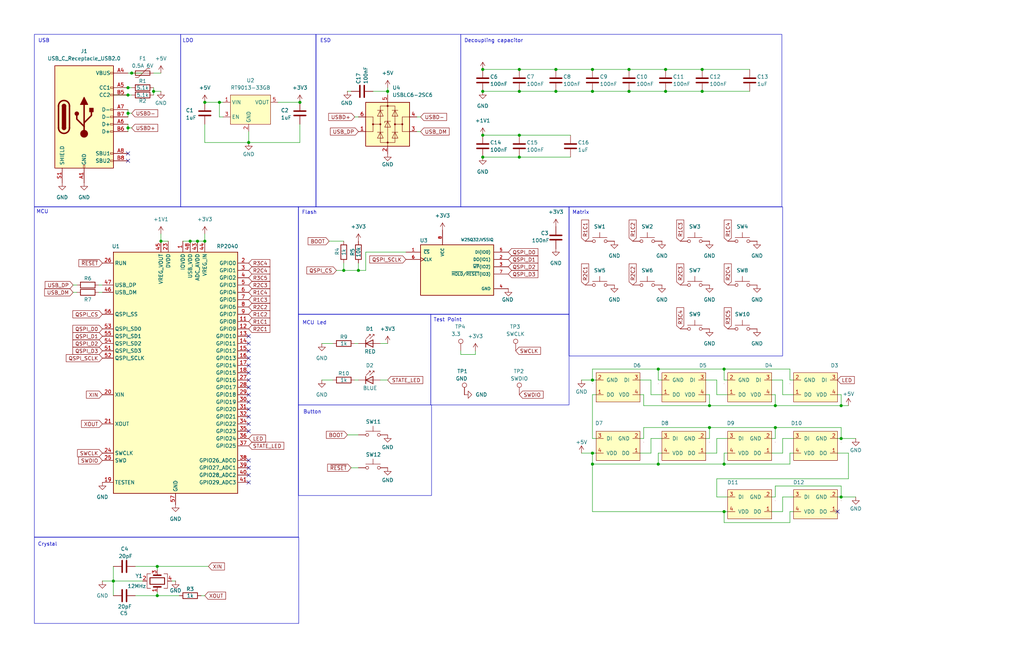
<source format=kicad_sch>
(kicad_sch (version 20250114) (generator "eeschema") (generator_version "9.0")
  (paper "User" 355.6 228.6)
  (rectangle (start 197.612 71.882) (end 271.78 123.698))
  (rectangle (start 103.632 71.882) (end 197.612 109.22))
  (rectangle (start 11.938 186.69) (end 103.759 216.662))
  (rectangle (start 11.938 71.882) (end 103.632 186.69))
  (rectangle (start 109.728 11.938) (end 160.02 71.882))
  (rectangle (start 160.02 11.938) (end 271.526 71.882))
  (rectangle (start 149.606 109.22) (end 197.612 140.716))
  (rectangle (start 11.938 11.938) (end 62.738 71.882))
  (rectangle (start 103.632 140.716) (end 149.86 172.212))
  (rectangle (start 62.738 11.938) (end 109.728 71.882))
  (rectangle (start 103.632 109.22) (end 149.606 140.716))
  (text "ESD" (at 113.03 14.224 0) (effects (font (size 1.27 1.27))))
  (text "Test Point\n" (at 155.448 111.252 0) (effects (font (size 1.27 1.27))))
  (text "MCU Led" (at 109.22 112.268 0) (effects (font (size 1.27 1.27))))
  (text "Crystal" (at 16.51 189.23 0) (effects (font (size 1.27 1.27))))
  (text "USB" (at 15.24 14.224 0) (effects (font (size 1.27 1.27))))
  (text "MCU" (at 14.732 73.66 0) (effects (font (size 1.27 1.27))))
  (text "Flash" (at 107.442 73.914 0) (effects (font (size 1.27 1.27))))
  (text "LDO" (at 65.278 14.224 0) (effects (font (size 1.27 1.27))))
  (text "Decoupling capacitor" (at 171.45 14.224 0) (effects (font (size 1.27 1.27))))
  (text "Button" (at 108.458 143.256 0) (effects (font (size 1.27 1.27))))
  (text "Matrix" (at 201.676 73.914 0) (effects (font (size 1.27 1.27))))
  (junction (at 44.45 30.48))
  (junction (at 292.1 140.97))
  (junction (at 246.38 148.59))
  (junction (at 228.6 128.27))
  (junction (at 251.46 161.29))
  (junction (at 180.34 54.61))
  (junction (at 71.12 35.56))
  (junction (at 292.1 172.72))
  (junction (at 167.64 54.61))
  (junction (at 205.74 161.29))
  (junction (at 243.84 24.13))
  (junction (at 205.74 31.75))
  (junction (at 54.61 196.85))
  (junction (at 193.04 24.13))
  (junction (at 205.74 132.08))
  (junction (at 44.45 44.45))
  (junction (at 231.14 24.13))
  (junction (at 205.74 24.13))
  (junction (at 39.37 201.93))
  (junction (at 251.46 177.8))
  (junction (at 76.2 35.56))
  (junction (at 167.64 46.99))
  (junction (at 68.58 83.82))
  (junction (at 44.45 33.02))
  (junction (at 55.88 83.82))
  (junction (at 269.24 140.97))
  (junction (at 44.45 39.37))
  (junction (at 251.46 128.27))
  (junction (at 243.84 31.75))
  (junction (at 218.44 31.75))
  (junction (at 53.34 31.75))
  (junction (at 167.64 31.75))
  (junction (at 246.38 140.97))
  (junction (at 54.61 207.01))
  (junction (at 119.38 93.98))
  (junction (at 231.14 31.75))
  (junction (at 167.64 24.13))
  (junction (at 193.04 31.75))
  (junction (at 124.46 93.98))
  (junction (at 269.24 148.59))
  (junction (at 86.36 49.53))
  (junction (at 45.72 25.4))
  (junction (at 104.14 35.56))
  (junction (at 205.74 157.48))
  (junction (at 180.34 46.99))
  (junction (at 134.62 31.75))
  (junction (at 180.34 31.75))
  (junction (at 180.34 24.13))
  (junction (at 66.04 83.82))
  (junction (at 218.44 24.13))
  (junction (at 292.1 152.4))
  (junction (at 71.12 83.82))
  (junction (at 228.6 161.29))
  (no_connect (at 86.36 132.08))
  (no_connect (at 86.36 127))
  (no_connect (at 86.36 121.92))
  (no_connect (at 86.36 119.38))
  (no_connect (at 86.36 167.64))
  (no_connect (at 44.45 53.34))
  (no_connect (at 86.36 162.56))
  (no_connect (at 86.36 160.02))
  (no_connect (at 290.83 177.8))
  (no_connect (at 86.36 142.24))
  (no_connect (at 86.36 137.16))
  (no_connect (at 86.36 144.78))
  (no_connect (at 86.36 165.1))
  (no_connect (at 86.36 149.86))
  (no_connect (at 86.36 139.7))
  (no_connect (at 86.36 129.54))
  (no_connect (at 86.36 116.84))
  (no_connect (at 86.36 147.32))
  (no_connect (at 86.36 124.46))
  (no_connect (at 44.45 55.88))
  (no_connect (at 86.36 134.62))
  (wire (pts (xy 123.19 132.08) (xy 124.46 132.08)))
  (wire (pts (xy 165.1 123.19) (xy 165.1 121.92)))
  (wire (pts (xy 160.02 123.19) (xy 165.1 123.19)))
  (wire (pts (xy 53.34 30.48) (xy 53.34 31.75)))
  (wire (pts (xy 205.74 24.13) (xy 218.44 24.13)))
  (wire (pts (xy 292.1 168.91) (xy 292.1 172.72)))
  (wire (pts (xy 246.38 148.59) (xy 246.38 152.4)))
  (wire (pts (xy 222.25 152.4) (xy 223.52 152.4)))
  (wire (pts (xy 160.02 123.19) (xy 160.02 121.92)))
  (wire (pts (xy 39.37 201.93) (xy 39.37 207.01)))
  (wire (pts (xy 297.18 152.4) (xy 292.1 152.4)))
  (wire (pts (xy 45.72 33.02) (xy 44.45 33.02)))
  (wire (pts (xy 251.46 177.8) (xy 252.73 177.8)))
  (wire (pts (xy 269.24 168.91) (xy 292.1 168.91)))
  (wire (pts (xy 223.52 137.16) (xy 223.52 140.97)))
  (wire (pts (xy 167.64 54.61) (xy 180.34 54.61)))
  (wire (pts (xy 180.34 24.13) (xy 193.04 24.13)))
  (wire (pts (xy 269.24 140.97) (xy 269.24 137.16)))
  (wire (pts (xy 104.14 49.53) (xy 104.14 43.18)))
  (wire (pts (xy 292.1 148.59) (xy 292.1 152.4)))
  (wire (pts (xy 292.1 140.97) (xy 292.1 137.16)))
  (wire (pts (xy 55.88 31.75) (xy 53.34 31.75)))
  (wire (pts (xy 167.64 31.75) (xy 180.34 31.75)))
  (wire (pts (xy 226.06 152.4) (xy 229.87 152.4)))
  (wire (pts (xy 271.78 177.8) (xy 271.78 172.72)))
  (wire (pts (xy 223.52 152.4) (xy 223.52 148.59)))
  (wire (pts (xy 290.83 157.48) (xy 294.64 157.48)))
  (wire (pts (xy 60.96 201.93) (xy 59.69 201.93)))
  (wire (pts (xy 44.45 25.4) (xy 45.72 25.4)))
  (wire (pts (xy 180.34 54.61) (xy 198.12 54.61)))
  (wire (pts (xy 54.61 196.85) (xy 72.39 196.85)))
  (wire (pts (xy 44.45 38.1) (xy 44.45 39.37)))
  (wire (pts (xy 218.44 31.75) (xy 231.14 31.75)))
  (wire (pts (xy 54.61 207.01) (xy 54.61 205.74)))
  (wire (pts (xy 275.59 177.8) (xy 274.32 177.8)))
  (wire (pts (xy 222.25 137.16) (xy 223.52 137.16)))
  (wire (pts (xy 46.99 207.01) (xy 54.61 207.01)))
  (wire (pts (xy 86.36 49.53) (xy 104.14 49.53)))
  (wire (pts (xy 228.6 132.08) (xy 229.87 132.08)))
  (wire (pts (xy 167.64 24.13) (xy 180.34 24.13)))
  (wire (pts (xy 222.25 157.48) (xy 226.06 157.48)))
  (wire (pts (xy 218.44 24.13) (xy 231.14 24.13)))
  (wire (pts (xy 267.97 172.72) (xy 269.24 172.72)))
  (wire (pts (xy 71.12 35.56) (xy 76.2 35.56)))
  (wire (pts (xy 251.46 132.08) (xy 252.73 132.08)))
  (wire (pts (xy 77.47 40.64) (xy 76.2 40.64)))
  (wire (pts (xy 267.97 132.08) (xy 271.78 132.08)))
  (wire (pts (xy 63.5 83.82) (xy 66.04 83.82)))
  (wire (pts (xy 53.34 31.75) (xy 53.34 33.02)))
  (wire (pts (xy 251.46 128.27) (xy 274.32 128.27)))
  (wire (pts (xy 274.32 177.8) (xy 274.32 181.61)))
  (wire (pts (xy 180.34 46.99) (xy 198.12 46.99)))
  (wire (pts (xy 269.24 137.16) (xy 267.97 137.16)))
  (wire (pts (xy 248.92 152.4) (xy 252.73 152.4)))
  (wire (pts (xy 119.38 93.98) (xy 124.46 93.98)))
  (wire (pts (xy 44.45 43.18) (xy 44.45 44.45)))
  (wire (pts (xy 201.93 157.48) (xy 205.74 157.48)))
  (wire (pts (xy 114.3 83.82) (xy 119.38 83.82)))
  (wire (pts (xy 243.84 31.75) (xy 260.35 31.75)))
  (wire (pts (xy 123.19 40.64) (xy 124.46 40.64)))
  (wire (pts (xy 127 87.63) (xy 140.97 87.63)))
  (wire (pts (xy 297.18 172.72) (xy 292.1 172.72)))
  (wire (pts (xy 226.06 137.16) (xy 229.87 137.16)))
  (wire (pts (xy 231.14 24.13) (xy 243.84 24.13)))
  (wire (pts (xy 248.92 172.72) (xy 252.73 172.72)))
  (wire (pts (xy 228.6 157.48) (xy 229.87 157.48)))
  (wire (pts (xy 55.88 81.28) (xy 55.88 83.82)))
  (wire (pts (xy 26.67 101.6) (xy 25.4 101.6)))
  (wire (pts (xy 86.36 45.72) (xy 86.36 49.53)))
  (wire (pts (xy 248.92 166.37) (xy 248.92 172.72)))
  (wire (pts (xy 248.92 132.08) (xy 248.92 137.16)))
  (wire (pts (xy 267.97 157.48) (xy 271.78 157.48)))
  (wire (pts (xy 207.01 137.16) (xy 205.74 137.16)))
  (wire (pts (xy 39.37 33.02) (xy 44.45 33.02)))
  (wire (pts (xy 134.62 132.08) (xy 132.08 132.08)))
  (wire (pts (xy 134.62 31.75) (xy 134.62 33.02)))
  (wire (pts (xy 44.45 39.37) (xy 44.45 40.64)))
  (wire (pts (xy 34.29 99.06) (xy 35.56 99.06)))
  (wire (pts (xy 205.74 128.27) (xy 228.6 128.27)))
  (wire (pts (xy 45.72 39.37) (xy 44.45 39.37)))
  (wire (pts (xy 274.32 157.48) (xy 275.59 157.48)))
  (wire (pts (xy 123.19 119.38) (xy 124.46 119.38)))
  (wire (pts (xy 226.06 157.48) (xy 226.06 152.4)))
  (wire (pts (xy 69.85 207.01) (xy 71.12 207.01)))
  (wire (pts (xy 205.74 132.08) (xy 205.74 128.27)))
  (wire (pts (xy 45.72 44.45) (xy 44.45 44.45)))
  (wire (pts (xy 228.6 161.29) (xy 228.6 157.48)))
  (wire (pts (xy 205.74 177.8) (xy 251.46 177.8)))
  (wire (pts (xy 39.37 201.93) (xy 49.53 201.93)))
  (wire (pts (xy 46.99 196.85) (xy 54.61 196.85)))
  (wire (pts (xy 62.23 207.01) (xy 54.61 207.01)))
  (wire (pts (xy 134.62 119.38) (xy 132.08 119.38)))
  (wire (pts (xy 269.24 140.97) (xy 292.1 140.97)))
  (wire (pts (xy 124.46 93.98) (xy 124.46 91.44)))
  (wire (pts (xy 245.11 132.08) (xy 248.92 132.08)))
  (wire (pts (xy 246.38 140.97) (xy 246.38 137.16)))
  (wire (pts (xy 127 87.63) (xy 127 93.98)))
  (wire (pts (xy 274.32 128.27) (xy 274.32 132.08)))
  (wire (pts (xy 129.54 31.75) (xy 134.62 31.75)))
  (wire (pts (xy 246.38 137.16) (xy 245.11 137.16)))
  (wire (pts (xy 205.74 161.29) (xy 205.74 177.8)))
  (wire (pts (xy 111.76 132.08) (xy 115.57 132.08)))
  (wire (pts (xy 292.1 137.16) (xy 290.83 137.16)))
  (wire (pts (xy 201.93 132.08) (xy 205.74 132.08)))
  (wire (pts (xy 134.62 30.48) (xy 134.62 31.75)))
  (wire (pts (xy 44.45 44.45) (xy 44.45 45.72)))
  (wire (pts (xy 205.74 137.16) (xy 205.74 152.4)))
  (wire (pts (xy 26.67 99.06) (xy 25.4 99.06)))
  (wire (pts (xy 231.14 31.75) (xy 243.84 31.75)))
  (wire (pts (xy 205.74 161.29) (xy 228.6 161.29)))
  (wire (pts (xy 205.74 31.75) (xy 218.44 31.75)))
  (wire (pts (xy 205.74 152.4) (xy 207.01 152.4)))
  (wire (pts (xy 116.84 93.98) (xy 119.38 93.98)))
  (wire (pts (xy 294.64 140.97) (xy 292.1 140.97)))
  (wire (pts (xy 274.32 181.61) (xy 251.46 181.61)))
  (wire (pts (xy 294.64 166.37) (xy 248.92 166.37)))
  (wire (pts (xy 167.64 46.99) (xy 180.34 46.99)))
  (wire (pts (xy 271.78 172.72) (xy 275.59 172.72)))
  (wire (pts (xy 124.46 93.98) (xy 127 93.98)))
  (wire (pts (xy 269.24 152.4) (xy 267.97 152.4)))
  (wire (pts (xy 54.61 196.85) (xy 54.61 198.12)))
  (wire (pts (xy 119.38 93.98) (xy 119.38 91.44)))
  (wire (pts (xy 66.04 83.82) (xy 68.58 83.82)))
  (wire (pts (xy 251.46 161.29) (xy 274.32 161.29)))
  (wire (pts (xy 248.92 137.16) (xy 252.73 137.16)))
  (wire (pts (xy 269.24 148.59) (xy 269.24 152.4)))
  (wire (pts (xy 45.72 25.4) (xy 49.53 25.4)))
  (wire (pts (xy 269.24 148.59) (xy 292.1 148.59)))
  (wire (pts (xy 271.78 137.16) (xy 275.59 137.16)))
  (wire (pts (xy 71.12 81.28) (xy 71.12 83.82)))
  (wire (pts (xy 223.52 148.59) (xy 246.38 148.59)))
  (wire (pts (xy 55.88 83.82) (xy 58.42 83.82)))
  (wire (pts (xy 76.2 40.64) (xy 76.2 35.56)))
  (wire (pts (xy 96.52 35.56) (xy 104.14 35.56)))
  (wire (pts (xy 267.97 177.8) (xy 271.78 177.8)))
  (wire (pts (xy 274.32 132.08) (xy 275.59 132.08)))
  (wire (pts (xy 251.46 161.29) (xy 251.46 157.48)))
  (wire (pts (xy 228.6 128.27) (xy 228.6 132.08)))
  (wire (pts (xy 292.1 172.72) (xy 290.83 172.72)))
  (wire (pts (xy 146.05 45.72) (xy 144.78 45.72)))
  (wire (pts (xy 228.6 128.27) (xy 251.46 128.27)))
  (wire (pts (xy 205.74 157.48) (xy 205.74 161.29)))
  (wire (pts (xy 146.05 40.64) (xy 144.78 40.64)))
  (wire (pts (xy 111.76 119.38) (xy 115.57 119.38)))
  (wire (pts (xy 251.46 181.61) (xy 251.46 177.8)))
  (wire (pts (xy 120.65 31.75) (xy 121.92 31.75)))
  (wire (pts (xy 294.64 157.48) (xy 294.64 166.37)))
  (wire (pts (xy 274.32 161.29) (xy 274.32 157.48)))
  (wire (pts (xy 245.11 157.48) (xy 248.92 157.48)))
  (wire (pts (xy 193.04 31.75) (xy 205.74 31.75)))
  (wire (pts (xy 207.01 132.08) (xy 205.74 132.08)))
  (wire (pts (xy 243.84 24.13) (xy 260.35 24.13)))
  (wire (pts (xy 246.38 140.97) (xy 269.24 140.97)))
  (wire (pts (xy 269.24 172.72) (xy 269.24 168.91)))
  (wire (pts (xy 34.29 101.6) (xy 35.56 101.6)))
  (wire (pts (xy 35.56 201.93) (xy 39.37 201.93)))
  (wire (pts (xy 271.78 132.08) (xy 271.78 137.16)))
  (wire (pts (xy 207.01 157.48) (xy 205.74 157.48)))
  (wire (pts (xy 68.58 83.82) (xy 71.12 83.82)))
  (wire (pts (xy 53.34 25.4) (xy 55.88 25.4)))
  (wire (pts (xy 292.1 152.4) (xy 290.83 152.4)))
  (wire (pts (xy 226.06 132.08) (xy 226.06 137.16)))
  (wire (pts (xy 228.6 161.29) (xy 251.46 161.29)))
  (wire (pts (xy 251.46 128.27) (xy 251.46 132.08)))
  (wire (pts (xy 45.72 30.48) (xy 44.45 30.48)))
  (wire (pts (xy 180.34 31.75) (xy 193.04 31.75)))
  (wire (pts (xy 223.52 140.97) (xy 246.38 140.97)))
  (wire (pts (xy 121.92 162.56) (xy 124.46 162.56)))
  (wire (pts (xy 76.2 35.56) (xy 77.47 35.56)))
  (wire (pts (xy 246.38 152.4) (xy 245.11 152.4)))
  (wire (pts (xy 71.12 43.18) (xy 71.12 49.53)))
  (wire (pts (xy 120.65 151.13) (xy 124.46 151.13)))
  (wire (pts (xy 222.25 132.08) (xy 226.06 132.08)))
  (wire (pts (xy 271.78 157.48) (xy 271.78 152.4)))
  (wire (pts (xy 271.78 152.4) (xy 275.59 152.4)))
  (wire (pts (xy 248.92 157.48) (xy 248.92 152.4)))
  (wire (pts (xy 44.45 30.48) (xy 39.37 30.48)))
  (wire (pts (xy 251.46 157.48) (xy 252.73 157.48)))
  (wire (pts (xy 86.36 49.53) (xy 71.12 49.53)))
  (wire (pts (xy 246.38 148.59) (xy 269.24 148.59)))
  (wire (pts (xy 39.37 196.85) (xy 39.37 201.93)))
  (wire (pts (xy 193.04 24.13) (xy 205.74 24.13)))
  (global_label "LED" (shape input) (at 290.83 132.08 0) (property "Intersheetrefs" "${INTERSHEET_REFS}" (effects (hide yes))))
  (global_label "R1C4" (shape input) (at 252.73 83.82 90) (property "Intersheetrefs" "${INTERSHEET_REFS}" (effects (hide yes))))
  (global_label "R1C2" (shape input) (at 86.36 109.22 0) (property "Intersheetrefs" "${INTERSHEET_REFS}" (effects (hide yes))))
  (global_label "R2C2" (shape input) (at 86.36 106.68 0) (property "Intersheetrefs" "${INTERSHEET_REFS}" (effects (hide yes))))
  (global_label "R1C3" (shape input) (at 86.36 104.14 0) (property "Intersheetrefs" "${INTERSHEET_REFS}" (effects (hide yes))))
  (global_label "QSPI_D2" (shape input) (at 35.56 119.38 180) (property "Intersheetrefs" "${INTERSHEET_REFS}" (effects (hide yes))))
  (global_label "QSPI_CS" (shape input) (at 116.84 93.98 180) (property "Intersheetrefs" "${INTERSHEET_REFS}" (effects (hide yes))))
  (global_label "R1C2" (shape input) (at 219.71 83.82 90) (property "Intersheetrefs" "${INTERSHEET_REFS}" (effects (hide yes))))
  (global_label "QSPI_D2" (shape input) (at 176.53 92.71 0) (property "Intersheetrefs" "${INTERSHEET_REFS}" (effects (hide yes))))
  (global_label "USB_DP" (shape input) (at 25.4 99.06 180) (property "Intersheetrefs" "${INTERSHEET_REFS}" (effects (hide yes))))
  (global_label "SWDIO" (shape input) (at 35.56 160.02 180) (property "Intersheetrefs" "${INTERSHEET_REFS}" (effects (hide yes))))
  (global_label "R2C1" (shape input) (at 86.36 114.3 0) (property "Intersheetrefs" "${INTERSHEET_REFS}" (effects (hide yes))))
  (global_label "USB_DM" (shape input) (at 146.05 45.72 0) (property "Intersheetrefs" "${INTERSHEET_REFS}" (effects (hide yes))))
  (global_label "USBD+" (shape input) (at 123.19 40.64 180) (property "Intersheetrefs" "${INTERSHEET_REFS}" (effects (hide yes))))
  (global_label "QSPI_D3" (shape input) (at 176.53 95.25 0) (property "Intersheetrefs" "${INTERSHEET_REFS}" (effects (hide yes))))
  (global_label "STATE_LED" (shape input) (at 134.62 132.08 0) (property "Intersheetrefs" "${INTERSHEET_REFS}" (effects (hide yes))))
  (global_label "R2C3" (shape input) (at 86.36 99.06 0) (property "Intersheetrefs" "${INTERSHEET_REFS}" (effects (hide yes))))
  (global_label "R3C4" (shape input) (at 236.22 114.3 90) (property "Intersheetrefs" "${INTERSHEET_REFS}" (effects (hide yes))))
  (global_label "USBD-" (shape input) (at 45.72 39.37 0) (property "Intersheetrefs" "${INTERSHEET_REFS}" (effects (hide yes))))
  (global_label "R2C3" (shape input) (at 236.22 99.06 90) (property "Intersheetrefs" "${INTERSHEET_REFS}" (effects (hide yes))))
  (global_label "R1C3" (shape input) (at 236.22 83.82 90) (property "Intersheetrefs" "${INTERSHEET_REFS}" (effects (hide yes))))
  (global_label "~{RESET}" (shape input) (at 121.92 162.56 180) (property "Intersheetrefs" "${INTERSHEET_REFS}" (effects (hide yes))))
  (global_label "BOOT" (shape input) (at 120.65 151.13 180) (property "Intersheetrefs" "${INTERSHEET_REFS}" (effects (hide yes))))
  (global_label "USB_DP" (shape input) (at 124.46 45.72 180) (property "Intersheetrefs" "${INTERSHEET_REFS}" (effects (hide yes))))
  (global_label "QSPI_SCLK" (shape input) (at 35.56 124.46 180) (property "Intersheetrefs" "${INTERSHEET_REFS}" (effects (hide yes))))
  (global_label "QSPI_SCLK" (shape input) (at 140.97 90.17 180) (property "Intersheetrefs" "${INTERSHEET_REFS}" (effects (hide yes))))
  (global_label "SWCLK" (shape input) (at 179.07 121.92 0) (property "Intersheetrefs" "${INTERSHEET_REFS}" (effects (hide yes))))
  (global_label "XIN" (shape input) (at 72.39 196.85 0) (property "Intersheetrefs" "${INTERSHEET_REFS}" (effects (hide yes))))
  (global_label "R1C4" (shape input) (at 86.36 101.6 0) (property "Intersheetrefs" "${INTERSHEET_REFS}" (effects (hide yes))))
  (global_label "QSPI_D1" (shape input) (at 176.53 90.17 0) (property "Intersheetrefs" "${INTERSHEET_REFS}" (effects (hide yes))))
  (global_label "QSPI_D0" (shape input) (at 176.53 87.63 0) (property "Intersheetrefs" "${INTERSHEET_REFS}" (effects (hide yes))))
  (global_label "XOUT" (shape input) (at 71.12 207.01 0) (property "Intersheetrefs" "${INTERSHEET_REFS}" (effects (hide yes))))
  (global_label "R2C4" (shape input) (at 252.73 99.06 90) (property "Intersheetrefs" "${INTERSHEET_REFS}" (effects (hide yes))))
  (global_label "R1C1" (shape input) (at 86.36 111.76 0) (property "Intersheetrefs" "${INTERSHEET_REFS}" (effects (hide yes))))
  (global_label "XIN" (shape input) (at 35.56 137.16 180) (property "Intersheetrefs" "${INTERSHEET_REFS}" (effects (hide yes))))
  (global_label "LED" (shape input) (at 86.36 152.4 0) (property "Intersheetrefs" "${INTERSHEET_REFS}" (effects (hide yes))))
  (global_label "USB_DM" (shape input) (at 25.4 101.6 180) (property "Intersheetrefs" "${INTERSHEET_REFS}" (effects (hide yes))))
  (global_label "USBD+" (shape input) (at 45.72 44.45 0) (property "Intersheetrefs" "${INTERSHEET_REFS}" (effects (hide yes))))
  (global_label "R2C2" (shape input) (at 219.71 99.06 90) (property "Intersheetrefs" "${INTERSHEET_REFS}" (effects (hide yes))))
  (global_label "R2C1" (shape input) (at 203.2 99.06 90) (property "Intersheetrefs" "${INTERSHEET_REFS}" (effects (hide yes))))
  (global_label "QSPI_D0" (shape input) (at 35.56 114.3 180) (property "Intersheetrefs" "${INTERSHEET_REFS}" (effects (hide yes))))
  (global_label "R1C1" (shape input) (at 203.2 83.82 90) (property "Intersheetrefs" "${INTERSHEET_REFS}" (effects (hide yes))))
  (global_label "XOUT" (shape input) (at 35.56 147.32 180) (property "Intersheetrefs" "${INTERSHEET_REFS}" (effects (hide yes))))
  (global_label "R2C4" (shape input) (at 86.36 93.98 0) (property "Intersheetrefs" "${INTERSHEET_REFS}" (effects (hide yes))))
  (global_label "BOOT" (shape input) (at 114.3 83.82 180) (property "Intersheetrefs" "${INTERSHEET_REFS}" (effects (hide yes))))
  (global_label "QSPI_D3" (shape input) (at 35.56 121.92 180) (property "Intersheetrefs" "${INTERSHEET_REFS}" (effects (hide yes))))
  (global_label "SWDIO" (shape input) (at 180.34 137.16 0) (property "Intersheetrefs" "${INTERSHEET_REFS}" (effects (hide yes))))
  (global_label "SWCLK" (shape input) (at 35.56 157.48 180) (property "Intersheetrefs" "${INTERSHEET_REFS}" (effects (hide yes))))
  (global_label "QSPI_D1" (shape input) (at 35.56 116.84 180) (property "Intersheetrefs" "${INTERSHEET_REFS}" (effects (hide yes))))
  (global_label "~{RESET}" (shape input) (at 35.56 91.44 180) (property "Intersheetrefs" "${INTERSHEET_REFS}" (effects (hide yes))))
  (global_label "QSPI_CS" (shape input) (at 35.56 109.22 180) (property "Intersheetrefs" "${INTERSHEET_REFS}" (effects (hide yes))))
  (global_label "STATE_LED" (shape input) (at 86.36 154.94 0) (property "Intersheetrefs" "${INTERSHEET_REFS}" (effects (hide yes))))
  (global_label "R3C5" (shape input) (at 252.73 114.3 90) (property "Intersheetrefs" "${INTERSHEET_REFS}" (effects (hide yes))))
  (global_label "R3C4" (shape input) (at 86.36 91.44 0) (property "Intersheetrefs" "${INTERSHEET_REFS}" (effects (hide yes))))
  (global_label "USBD-" (shape input) (at 146.05 40.64 0) (property "Intersheetrefs" "${INTERSHEET_REFS}" (effects (hide yes))))
  (global_label "R3C5" (shape input) (at 86.36 96.52 0) (property "Intersheetrefs" "${INTERSHEET_REFS}" (effects (hide yes))))
  (symbol (lib_id "PNCATEHO:C") (at 71.12 39.37 0) (unit 1)
    (property "Reference" "C1" (at 64.516 38.354 0) (effects (justify left)))
    (property "Value" "1uF" (at 64.516 40.894 0) (effects (justify left)))
    (property "Footprint" "PNCATEHO:C_0805_2012Metric_Pad1.18x1.45mm_HandSolder" (effects (hide yes)))
    (property "Description" "Unpolarized capacitor" (effects (hide yes)))
  )
  (symbol (lib_id "PNCATEHO:GND") (at 35.56 167.64 0) (unit 1)
    (property "Reference" "#PWR035" (effects (hide yes)))
    (property "Value" "GND" (at 35.56 172.72 0))
    (property "Description" "Power symbol creates a global label with name \"GND\" , ground" (effects (hide yes)))
  )
  (symbol (lib_id "PNCATEHO:SW_Push") (at 224.79 83.82 0) (unit 1)
    (property "Reference" "SW2" (at 224.79 78.74 0))
    (property "Footprint" "PNCATEHO:SW_PG1316" (effects (hide yes)))
    (property "Description" "Momentary push button, 2 pins" (effects (hide yes)))
  )
  (symbol (lib_id "PNCATEHO:C") (at 167.64 50.8 0) (unit 1)
    (property "Reference" "C14" (at 170.18 49.53 0) (effects (justify left)))
    (property "Value" "100 nF" (at 170.18 52.07 0) (effects (justify left)))
    (property "Footprint" "PNCATEHO:C_0805_2012Metric_Pad1.18x1.45mm_HandSolder" (effects (hide yes)))
    (property "Description" "Unpolarized capacitor" (effects (hide yes)))
  )
  (symbol (lib_id "PNCATEHO:C") (at 167.64 27.94 0) (unit 1)
    (property "Reference" "C6" (at 170.18 26.67 0) (effects (justify left)))
    (property "Value" "100 nF" (at 170.18 29.21 0) (effects (justify left)))
    (property "Footprint" "PNCATEHO:C_0805_2012Metric_Pad1.18x1.45mm_HandSolder" (effects (hide yes)))
    (property "Description" "Unpolarized capacitor" (effects (hide yes)))
  )
  (symbol (lib_id "PNCATEHO:GND") (at 60.96 175.26 0) (unit 1)
    (property "Reference" "#PWR034" (effects (hide yes)))
    (property "Value" "GND" (at 60.96 180.34 0))
    (property "Description" "Power symbol creates a global label with name \"GND\" , ground" (effects (hide yes)))
  )
  (symbol (lib_id "PNCATEHO:R") (at 49.53 33.02 90) (unit 1)
    (property "Reference" "R2" (at 49.53 35.052 90))
    (property "Value" "5.1k" (at 49.53 33.02 90))
    (property "Footprint" "PNCATEHO:R_0805_2012Metric_Pad1.20x1.40mm_HandSolder" (effects (hide yes)))
    (property "Description" "Resistor" (effects (hide yes)))
  )
  (symbol (lib_id "PNCATEHO:GND") (at 262.89 114.3 0) (unit 1)
    (property "Reference" "#PWR01" (effects (hide yes)))
    (property "Value" "GND" (at 262.89 119.38 0))
    (property "Description" "Global ground symbol" (effects (hide yes)))
  )
  (symbol (lib_id "PNCATEHO:SW_Push") (at 257.81 114.3 0) (unit 1)
    (property "Reference" "SW10" (at 257.81 109.22 0))
    (property "Footprint" "PNCATEHO:SW_PG1316" (effects (hide yes)))
    (property "Description" "Momentary push button, 2 pins" (effects (hide yes)))
  )
  (symbol (lib_id "PNCATEHO:+3V3") (at 167.64 24.13 0) (unit 1)
    (property "Reference" "#PWR030" (effects (hide yes)))
    (property "Value" "+3V3" (effects (hide yes)))
    (property "Description" "Power symbol creates a global label with name \"+3V3\"" (effects (hide yes)))
  )
  (symbol (lib_id "PNCATEHO:R") (at 119.38 132.08 90) (unit 1)
    (property "Reference" "R10" (at 119.38 129.794 90))
    (property "Value" "1k" (at 119.38 132.08 90))
    (property "Footprint" "PNCATEHO:R_0805_2012Metric_Pad1.20x1.40mm_HandSolder" (effects (hide yes)))
    (property "Description" "Resistor" (effects (hide yes)))
  )
  (symbol (lib_id "PNCATEHO:SW_Push") (at 241.3 114.3 0) (unit 1)
    (property "Reference" "SW9" (at 241.3 109.22 0))
    (property "Footprint" "PNCATEHO:SW_PG1316" (effects (hide yes)))
    (property "Description" "Momentary push button, 2 pins" (effects (hide yes)))
  )
  (symbol (lib_id "PNCATEHO:TestPoint") (at 180.34 137.16 0) (unit 1)
    (property "Reference" "TP2" (at 178.308 129.032 0) (effects (justify left)))
    (property "Value" "SWDIO" (at 177.292 131.5719 0) (effects (justify left)))
    (property "Footprint" "PNCATEHO:TestPoint_Pad_D2.0mm" (effects (hide yes)))
    (property "Description" "test point" (effects (hide yes)))
  )
  (symbol (lib_id "PNCATEHO:D_Generic") (at 128.27 132.08 0) (unit 1)
    (property "Reference" "D2" (at 128.397 127 0))
    (property "Value" "BLUE" (at 128.524 134.874 0))
    (property "Footprint" "PNCATEHO:LED_0805_2012Metric_Pad1.15x1.40mm_HandSolder" (effects (hide yes)))
    (property "Description" "Generic LED, 2-pin, through hole or SMD" (effects (hide yes)))
  )
  (symbol (lib_id "PNCATEHO:GND") (at 161.29 137.16 90) (unit 1)
    (property "Reference" "#PWR018" (effects (hide yes)))
    (property "Value" "GND" (at 165.1 137.1599 90) (effects (justify right)))
    (property "Description" "Global ground symbol" (effects (hide yes)))
  )
  (symbol (lib_id "PNCATEHO:C") (at 43.18 207.01 270) (unit 1)
    (property "Reference" "C5" (at 41.656 213.106 90) (effects (justify left)))
    (property "Value" "20pF" (at 40.894 210.82 90) (effects (justify left)))
    (property "Footprint" "PNCATEHO:C_0805_2012Metric_Pad1.18x1.45mm_HandSolder" (effects (hide yes)))
    (property "Description" "Unpolarized capacitor" (effects (hide yes)))
  )
  (symbol (lib_id "PNCATEHO:C") (at 125.73 31.75 90) (unit 1)
    (property "Reference" "C17" (at 124.46 29.21 0) (effects (justify left)))
    (property "Value" "100nF" (at 127 29.21 0) (effects (justify left)))
    (property "Footprint" "PNCATEHO:C_0805_2012Metric_Pad1.18x1.45mm_HandSolder" (effects (hide yes)))
    (property "Description" "Unpolarized capacitor" (effects (hide yes)))
  )
  (symbol (lib_id "PNCATEHO:GND") (at 134.62 53.34 0) (unit 1)
    (property "Reference" "#PWR041" (effects (hide yes)))
    (property "Value" "GND" (at 134.62 57.15 0))
    (property "Description" "Global ground symbol" (effects (hide yes)))
  )
  (symbol (lib_id "PNCATEHO:SW_Push") (at 257.81 99.06 0) (unit 1)
    (property "Reference" "SW8" (at 257.81 93.98 0))
    (property "Footprint" "PNCATEHO:SW_PG1316" (effects (hide yes)))
    (property "Description" "Momentary push button, 2 pins" (effects (hide yes)))
  )
  (symbol (lib_id "PNCATEHO:+1V1") (at 167.64 46.99 0) (unit 1)
    (property "Reference" "#PWR032" (effects (hide yes)))
    (property "Value" "+1V1" (at 167.64 41.91 0))
    (property "Description" "Power symbol creates a global label with name \"+1V1\"" (effects (hide yes)))
  )
  (symbol (lib_id "PNCATEHO:RP2040") (at 60.96 129.54 0) (unit 1)
    (property "Reference" "U1" (at 38.862 85.598 0) (effects (justify left)))
    (property "Value" "RP2040" (at 75.184 85.598 0) (effects (justify left)))
    (property "Footprint" "PNCATEHO:RP2040-QFN-56" (effects (hide yes)))
    (property "Datasheet" "https://datasheets.raspberrypi.com/rp2040/rp2040-datasheet.pdf" (effects (hide yes)))
    (property "Description" "A microcontroller by Raspberry Pi" (effects (hide yes)))
  )
  (symbol (lib_id "PNCATEHO:C") (at 205.74 27.94 0) (unit 1)
    (property "Reference" "C9" (at 208.28 26.67 0) (effects (justify left)))
    (property "Value" "100 nF" (at 208.28 29.21 0) (effects (justify left)))
    (property "Footprint" "PNCATEHO:C_0805_2012Metric_Pad1.18x1.45mm_HandSolder" (effects (hide yes)))
    (property "Description" "Unpolarized capacitor" (effects (hide yes)))
  )
  (symbol (lib_id "PNCATEHO:C") (at 180.34 50.8 0) (unit 1)
    (property "Reference" "C15" (at 182.88 49.53 0) (effects (justify left)))
    (property "Value" "100 nF" (at 182.88 52.07 0) (effects (justify left)))
    (property "Footprint" "PNCATEHO:C_0805_2012Metric_Pad1.18x1.45mm_HandSolder" (effects (hide yes)))
    (property "Description" "Unpolarized capacitor" (effects (hide yes)))
  )
  (symbol (lib_id "PNCATEHO:C") (at 43.18 196.85 270) (unit 1)
    (property "Reference" "C4" (at 41.91 190.754 90) (effects (justify left)))
    (property "Value" "20pF" (at 41.148 193.294 90) (effects (justify left)))
    (property "Footprint" "PNCATEHO:C_0805_2012Metric_Pad1.18x1.45mm_HandSolder" (effects (hide yes)))
    (property "Description" "Unpolarized capacitor" (effects (hide yes)))
  )
  (symbol (lib_id "PNCATEHO:GND") (at 134.62 151.13 0) (unit 1)
    (property "Reference" "#PWR027" (effects (hide yes)))
    (property "Value" "GND" (at 134.62 155.448 0))
    (property "Description" "Power symbol creates a global label with name \"GND\" , ground" (effects (hide yes)))
  )
  (symbol (lib_id "PNCATEHO:+3V3") (at 104.14 35.56 0) (unit 1)
    (property "Reference" "#PWR019" (effects (hide yes)))
    (property "Value" "+3V3" (at 104.14 30.48 0))
    (property "Description" "Power symbol creates a global label with name \"+3V3\"" (effects (hide yes)))
  )
  (symbol (lib_id "PNCATEHO:GND") (at 21.59 63.5 0) (unit 1)
    (property "Reference" "#PWR011" (effects (hide yes)))
    (property "Value" "GND" (at 21.59 68.58 0))
    (property "Description" "Power symbol creates a global label with name \"GND\" , ground" (effects (hide yes)))
  )
  (symbol (lib_id "PNCATEHO:GND") (at 201.93 132.08 0) (unit 1)
    (property "Reference" "#PWR047" (effects (hide yes)))
    (property "Value" "GND" (at 201.93 136.144 0))
    (property "Description" "Global ground symbol" (effects (hide yes)))
  )
  (symbol (lib_id "PNCATEHO:LED_WS2812-2020") (at 237.49 154.94 0) (unit 1)
    (property "Reference" "D8" (at 230.886 147.066 0))
    (property "Footprint" "PNCATEHO:WS2812-2020-2.00mmx2.20mm" (effects (hide yes)))
  )
  (symbol (lib_id "PNCATEHO:D_Generic") (at 128.27 119.38 0) (unit 1)
    (property "Reference" "D1" (at 128.397 114.3 0))
    (property "Value" "RED" (at 128.524 122.174 0))
    (property "Footprint" "PNCATEHO:LED_0805_2012Metric_Pad1.15x1.40mm_HandSolder" (effects (hide yes)))
    (property "Description" "Generic LED, 2-pin, through hole or SMD" (effects (hide yes)))
  )
  (symbol (lib_id "PNCATEHO:SW_Push") (at 241.3 83.82 0) (unit 1)
    (property "Reference" "SW3" (at 241.3 78.74 0))
    (property "Footprint" "PNCATEHO:SW_PG1316" (effects (hide yes)))
    (property "Description" "Momentary push button, 2 pins" (effects (hide yes)))
  )
  (symbol (lib_id "PNCATEHO:R") (at 119.38 87.63 180) (unit 1)
    (property "Reference" "R4" (at 117.094 87.376 90))
    (property "Value" "1k" (at 119.38 87.63 90))
    (property "Footprint" "PNCATEHO:R_0805_2012Metric_Pad1.20x1.40mm_HandSolder" (effects (hide yes)))
    (property "Description" "Resistor" (effects (hide yes)))
  )
  (symbol (lib_id "PNCATEHO:GND") (at 262.89 83.82 0) (unit 1)
    (property "Reference" "#PWR010" (effects (hide yes)))
    (property "Value" "GND" (at 262.89 88.9 0))
    (property "Description" "Global ground symbol" (effects (hide yes)))
  )
  (symbol (lib_id "PNCATEHO:GND") (at 262.89 99.06 0) (unit 1)
    (property "Reference" "#PWR03" (effects (hide yes)))
    (property "Value" "GND" (at 262.89 104.14 0))
    (property "Description" "Global ground symbol" (effects (hide yes)))
  )
  (symbol (lib_id "PNCATEHO:C") (at 180.34 27.94 0) (unit 1)
    (property "Reference" "C7" (at 182.88 26.67 0) (effects (justify left)))
    (property "Value" "100 nF" (at 182.88 29.21 0) (effects (justify left)))
    (property "Footprint" "PNCATEHO:C_0805_2012Metric_Pad1.18x1.45mm_HandSolder" (effects (hide yes)))
    (property "Description" "Unpolarized capacitor" (effects (hide yes)))
  )
  (symbol (lib_id "PNCATEHO:GND") (at 193.04 86.36 0) (unit 1)
    (property "Reference" "#PWR022" (effects (hide yes)))
    (property "Value" "GND" (at 193.04 91.44 0))
    (property "Description" "Power symbol creates a global label with name \"GND\" , ground" (effects (hide yes)))
  )
  (symbol (lib_id "PNCATEHO:+5V") (at 71.12 35.56 0) (unit 1)
    (property "Reference" "#PWR015" (effects (hide yes)))
    (property "Value" "+5V" (at 71.12 30.48 0))
    (property "Description" "Power symbol creates a global label with name \"+5V\"" (effects (hide yes)))
  )
  (symbol (lib_id "PNCATEHO:C") (at 260.35 27.94 0) (unit 1)
    (property "Reference" "C13" (at 262.89 26.67 0) (effects (justify left)))
    (property "Value" "1uF" (at 262.89 29.21 0) (effects (justify left)))
    (property "Footprint" "PNCATEHO:C_0805_2012Metric_Pad1.18x1.45mm_HandSolder" (effects (hide yes)))
    (property "Description" "Unpolarized capacitor" (effects (hide yes)))
  )
  (symbol (lib_id "PNCATEHO:GND") (at 229.87 83.82 0) (unit 1)
    (property "Reference" "#PWR08" (effects (hide yes)))
    (property "Value" "GND" (at 229.87 88.9 0))
    (property "Description" "Global ground symbol" (effects (hide yes)))
  )
  (symbol (lib_id "PNCATEHO:GND") (at 176.53 100.33 0) (unit 1)
    (property "Reference" "#PWR017" (effects (hide yes)))
    (property "Value" "GND" (at 174.244 104.14 0) (effects (justify left)))
    (property "Description" "Global ground symbol" (effects (hide yes)))
  )
  (symbol (lib_id "PNCATEHO:C") (at 193.04 27.94 0) (unit 1)
    (property "Reference" "C8" (at 195.58 26.67 0) (effects (justify left)))
    (property "Value" "100 nF" (at 195.58 29.21 0) (effects (justify left)))
    (property "Footprint" "PNCATEHO:C_0805_2012Metric_Pad1.18x1.45mm_HandSolder" (effects (hide yes)))
    (property "Description" "Unpolarized capacitor" (effects (hide yes)))
  )
  (symbol (lib_id "PNCATEHO:GND") (at 55.88 31.75 0) (unit 1)
    (property "Reference" "#PWR014" (effects (hide yes)))
    (property "Value" "GND" (at 55.88 35.814 0))
    (property "Description" "Power symbol creates a global label with name \"GND\" , ground" (effects (hide yes)))
  )
  (symbol (lib_id "PNCATEHO:GND") (at 213.36 83.82 0) (unit 1)
    (property "Reference" "#PWR07" (effects (hide yes)))
    (property "Value" "GND" (at 213.36 88.9 0))
    (property "Description" "Global ground symbol" (effects (hide yes)))
  )
  (symbol (lib_id "PNCATEHO:R") (at 30.48 99.06 90) (unit 1)
    (property "Reference" "R6" (at 30.48 96.774 90))
    (property "Value" "27" (effects (hide yes)))
    (property "Footprint" "PNCATEHO:R_0805_2012Metric_Pad1.20x1.40mm_HandSolder" (effects (hide yes)))
    (property "Description" "Resistor" (effects (hide yes)))
  )
  (symbol (lib_id "PNCATEHO:GND") (at 86.36 49.53 0) (unit 1)
    (property "Reference" "#PWR016" (effects (hide yes)))
    (property "Value" "GND" (at 86.36 53.594 0))
    (property "Description" "Power symbol creates a global label with name \"GND\" , ground" (effects (hide yes)))
  )
  (symbol (lib_id "PNCATEHO:LED_WS2812-2020") (at 237.49 134.62 0) (mirror y) (unit 1)
    (property "Reference" "D5" (at 244.094 127 0))
    (property "Footprint" "PNCATEHO:WS2812-2020-2.00mmx2.20mm" (effects (hide yes)))
  )
  (symbol (lib_id "PNCATEHO:GND") (at 213.36 99.06 0) (unit 1)
    (property "Reference" "#PWR06" (effects (hide yes)))
    (property "Value" "GND" (at 213.36 104.14 0))
    (property "Description" "Global ground symbol" (effects (hide yes)))
  )
  (symbol (lib_id "PNCATEHO:+3V3") (at 134.62 119.38 0) (unit 1)
    (property "Reference" "#PWR039" (effects (hide yes)))
    (property "Value" "+3V3" (at 134.62 114.3 0))
    (property "Description" "Power symbol creates a global label with name \"+3V3\"" (effects (hide yes)))
  )
  (symbol (lib_id "PNCATEHO:GND") (at 229.87 99.06 0) (unit 1)
    (property "Reference" "#PWR05" (effects (hide yes)))
    (property "Value" "GND" (at 229.87 104.14 0))
    (property "Description" "Global ground symbol" (effects (hide yes)))
  )
  (symbol (lib_id "PNCATEHO:GND") (at 246.38 114.3 0) (unit 1)
    (property "Reference" "#PWR02" (effects (hide yes)))
    (property "Value" "GND" (at 246.38 119.38 0))
    (property "Description" "Global ground symbol" (effects (hide yes)))
  )
  (symbol (lib_id "PNCATEHO:C") (at 198.12 50.8 0) (unit 1)
    (property "Reference" "C16" (at 200.66 49.53 0) (effects (justify left)))
    (property "Value" "1uF" (at 200.66 52.07 0) (effects (justify left)))
    (property "Footprint" "PNCATEHO:C_0805_2012Metric_Pad1.18x1.45mm_HandSolder" (effects (hide yes)))
    (property "Description" "Unpolarized capacitor" (effects (hide yes)))
  )
  (symbol (lib_id "PNCATEHO:+5V") (at 201.93 157.48 0) (unit 1)
    (property "Reference" "#PWR044" (effects (hide yes)))
    (property "Value" "+5V" (at 201.93 153.67 0))
    (property "Description" "Power symbol creates a global label with name \"+5V\"" (effects (hide yes)))
  )
  (symbol (lib_id "PNCATEHO:+3V3") (at 153.67 80.01 0) (unit 1)
    (property "Reference" "#PWR025" (effects (hide yes)))
    (property "Value" "+3V3" (at 153.67 74.93 0))
    (property "Description" "Power symbol creates a global label with name \"+3V3\"" (effects (hide yes)))
  )
  (symbol (lib_id "PNCATEHO:GND") (at 111.76 132.08 0) (unit 1)
    (property "Reference" "#PWR040" (effects (hide yes)))
    (property "Value" "GND" (at 111.76 137.16 0))
    (property "Description" "Power symbol creates a global label with name \"GND\" , ground" (effects (hide yes)))
  )
  (symbol (lib_id "PNCATEHO:USB_C_Receptacle_USB2.0") (at 29.21 40.64 0) (unit 1)
    (property "Reference" "J1" (at 29.21 17.78 0))
    (property "Value" "USB_C_Receptacle_USB2.0" (at 29.21 20.32 0))
    (property "Footprint" "PNCATEHO:USB_C_Receptacle_TYPE-C-31-M-12" (effects (hide yes)))
    (property "Datasheet" "https://www.usb.org/sites/default/files/documents/usb_type-c.zip" (effects (hide yes)))
    (property "Description" "USB 2.0-only Type-C Receptacle connector" (effects (hide yes)))
  )
  (symbol (lib_id "PNCATEHO:GND") (at 111.76 119.38 0) (unit 1)
    (property "Reference" "#PWR038" (effects (hide yes)))
    (property "Value" "GND" (at 111.76 124.46 0))
    (property "Description" "Power symbol creates a global label with name \"GND\" , ground" (effects (hide yes)))
  )
  (symbol (lib_id "PNCATEHO:C") (at 193.04 82.55 0) (unit 1)
    (property "Reference" "C3" (at 190.5 81.026 0) (effects (justify right)))
    (property "Value" "100 nF" (at 190.754 83.566 0) (effects (justify right)))
    (property "Footprint" "PNCATEHO:C_0805_2012Metric_Pad1.18x1.45mm_HandSolder" (effects (hide yes)))
    (property "Description" "Unpolarized capacitor" (effects (hide yes)))
  )
  (symbol (lib_id "PNCATEHO:TestPoint") (at 161.29 137.16 0) (unit 1)
    (property "Reference" "TP1" (at 158.75 129.032 0) (effects (justify left)))
    (property "Value" "GND" (at 158.242 131.5719 0) (effects (justify left)))
    (property "Footprint" "PNCATEHO:TestPoint_Pad_D2.0mm" (effects (hide yes)))
    (property "Description" "test point" (effects (hide yes)))
  )
  (symbol (lib_id "PNCATEHO:USBLC6-2SC6") (at 134.62 43.18 0) (unit 1)
    (property "Reference" "U4" (at 136.2711 30.48 0) (effects (justify left)))
    (property "Value" "USBLC6-2SC6" (at 136.2711 33.02 0) (effects (justify left)))
    (property "Footprint" "PNCATEHO:SOT-23-6_Handsoldering_REV" (effects (hide yes)))
    (property "Datasheet" "https://www.st.com/resource/en/datasheet/usblc6-2.pdf" (effects (hide yes)))
    (property "Description" "Very low capacitance ESD protection diode, 2 data-line, SOT-23-6" (effects (hide yes)))
  )
  (symbol (lib_id "PNCATEHO:C") (at 243.84 27.94 0) (unit 1)
    (property "Reference" "C12" (at 246.38 26.67 0) (effects (justify left)))
    (property "Value" "100 nF" (at 246.38 29.21 0) (effects (justify left)))
    (property "Footprint" "PNCATEHO:C_0805_2012Metric_Pad1.18x1.45mm_HandSolder" (effects (hide yes)))
    (property "Description" "Unpolarized capacitor" (effects (hide yes)))
  )
  (symbol (lib_id "PNCATEHO:+1V1") (at 55.88 81.28 0) (unit 1)
    (property "Reference" "#PWR036" (effects (hide yes)))
    (property "Value" "+1V1" (at 55.88 76.2 0))
    (property "Description" "Power symbol creates a global label with name \"+1V1\"" (effects (hide yes)))
  )
  (symbol (lib_id "PNCATEHO:GND") (at 60.96 201.93 0) (unit 1)
    (property "Reference" "#PWR023" (effects (hide yes)))
    (property "Value" "GND" (at 60.96 205.232 0))
    (property "Description" "Power symbol creates a global label with name \"GND\" , ground" (effects (hide yes)))
  )
  (symbol (lib_id "PNCATEHO:C") (at 104.14 39.37 0) (unit 1)
    (property "Reference" "C2" (at 97.536 38.354 0) (effects (justify left)))
    (property "Value" "1uF" (at 97.536 40.894 0) (effects (justify left)))
    (property "Footprint" "PNCATEHO:C_0805_2012Metric_Pad1.18x1.45mm_HandSolder" (effects (hide yes)))
    (property "Description" "Unpolarized capacitor" (effects (hide yes)))
  )
  (symbol (lib_id "PNCATEHO:GND") (at 167.64 31.75 0) (unit 1)
    (property "Reference" "#PWR031" (effects (hide yes)))
    (property "Value" "GND" (at 167.64 36.83 0))
    (property "Description" "Global ground symbol" (effects (hide yes)))
  )
  (symbol (lib_id "PNCATEHO:GND") (at 246.38 83.82 0) (unit 1)
    (property "Reference" "#PWR09" (effects (hide yes)))
    (property "Value" "GND" (at 246.38 88.9 0))
    (property "Description" "Global ground symbol" (effects (hide yes)))
  )
  (symbol (lib_id "PNCATEHO:GND") (at 134.62 162.56 0) (unit 1)
    (property "Reference" "#PWR028" (effects (hide yes)))
    (property "Value" "GND" (at 134.62 166.878 0))
    (property "Description" "Power symbol creates a global label with name \"GND\" , ground" (effects (hide yes)))
  )
  (symbol (lib_id "PNCATEHO:LED_WS2812-2020") (at 214.63 134.62 0) (mirror y) (unit 1)
    (property "Reference" "D6" (at 221.234 127 0))
    (property "Footprint" "PNCATEHO:WS2812-2020-2.00mmx2.20mm" (effects (hide yes)))
  )
  (symbol (lib_id "PNCATEHO:LED_WS2812-2020") (at 260.35 154.94 0) (unit 1)
    (property "Reference" "D9" (at 253.746 147.066 0))
    (property "Footprint" "PNCATEHO:WS2812-2020-2.00mmx2.20mm" (effects (hide yes)))
  )
  (symbol (lib_id "PNCATEHO:+3V3") (at 165.1 121.92 0) (unit 1)
    (property "Reference" "#PWR042" (effects (hide yes)))
    (property "Value" "+3V3" (at 165.1 116.84 0))
    (property "Description" "Power symbol creates a global label with name \"+3V3\"" (effects (hide yes)))
  )
  (symbol (lib_id "PNCATEHO:+3V3") (at 124.46 83.82 0) (unit 1)
    (property "Reference" "#PWR026" (effects (hide yes)))
    (property "Value" "+3V3" (at 124.46 78.74 0))
    (property "Description" "Power symbol creates a global label with name \"+3V3\"" (effects (hide yes)))
  )
  (symbol (lib_id "PNCATEHO:SW_Push") (at 241.3 99.06 0) (unit 1)
    (property "Reference" "SW7" (at 241.3 93.98 0))
    (property "Footprint" "PNCATEHO:SW_PG1316" (effects (hide yes)))
    (property "Description" "Momentary push button, 2 pins" (effects (hide yes)))
  )
  (symbol (lib_id "PNCATEHO:GND") (at 29.21 63.5 0) (unit 1)
    (property "Reference" "#PWR012" (effects (hide yes)))
    (property "Value" "GND" (at 29.21 68.58 0))
    (property "Description" "Power symbol creates a global label with name \"GND\" , ground" (effects (hide yes)))
  )
  (symbol (lib_id "PNCATEHO:SW_Push") (at 129.54 151.13 0) (mirror y) (unit 1)
    (property "Reference" "SW11" (at 127 146.558 0) (effects (justify right)))
    (property "Value" "Boot" (effects (hide yes)))
    (property "Footprint" "PNCATEHO:SW_PUSH" (effects (hide yes)))
    (property "Description" "Momentary push button, 2 pins" (effects (hide yes)))
  )
  (symbol (lib_id "PNCATEHO:GND") (at 120.65 31.75 0) (unit 1)
    (property "Reference" "#PWR029" (effects (hide yes)))
    (property "Value" "GND" (at 120.396 35.814 0))
    (property "Description" "Global ground symbol" (effects (hide yes)))
  )
  (symbol (lib_id "PNCATEHO:LED_WS2812-2020") (at 283.21 134.62 0) (mirror y) (unit 1)
    (property "Reference" "D3" (at 289.814 127 0))
    (property "Footprint" "PNCATEHO:WS2812-2020-2.00mmx2.20mm" (effects (hide yes)))
  )
  (symbol (lib_id "PNCATEHO:R") (at 30.48 101.6 90) (unit 1)
    (property "Reference" "R7" (at 30.48 104.14 90))
    (property "Value" "27" (effects (hide yes)))
    (property "Footprint" "PNCATEHO:R_0805_2012Metric_Pad1.20x1.40mm_HandSolder" (effects (hide yes)))
    (property "Description" "Resistor" (effects (hide yes)))
  )
  (symbol (lib_id "PNCATEHO:R") (at 119.38 119.38 90) (unit 1)
    (property "Reference" "R9" (at 119.38 117.094 90))
    (property "Value" "1k" (at 119.38 119.38 90))
    (property "Footprint" "PNCATEHO:R_0805_2012Metric_Pad1.20x1.40mm_HandSolder" (effects (hide yes)))
    (property "Description" "Resistor" (effects (hide yes)))
  )
  (symbol (lib_id "PNCATEHO:R") (at 49.53 30.48 90) (unit 1)
    (property "Reference" "R1" (at 49.53 28.194 90))
    (property "Value" "5.1k" (at 49.53 30.48 90))
    (property "Footprint" "PNCATEHO:R_0805_2012Metric_Pad1.20x1.40mm_HandSolder" (effects (hide yes)))
    (property "Description" "Resistor" (effects (hide yes)))
  )
  (symbol (lib_id "PNCATEHO:Polyfuse") (at 49.53 25.4 90) (unit 1)
    (property "Reference" "F1" (at 49.53 20.32 90))
    (property "Value" "0.5А 6V" (at 49.53 22.86 90))
    (property "Footprint" "PNCATEHO:Fuse_0805_2012Metric" (effects (hide yes)))
    (property "Description" "Resettable fuse, polymeric positive temperature coefficient" (effects (hide yes)))
  )
  (symbol (lib_id "PNCATEHO:GND") (at 246.38 99.06 0) (unit 1)
    (property "Reference" "#PWR04" (effects (hide yes)))
    (property "Value" "GND" (at 246.38 104.14 0))
    (property "Description" "Global ground symbol" (effects (hide yes)))
  )
  (symbol (lib_id "PNCATEHO:GND") (at 167.64 54.61 0) (unit 1)
    (property "Reference" "#PWR033" (effects (hide yes)))
    (property "Value" "GND" (at 167.64 59.69 0))
    (property "Description" "Global ground symbol" (effects (hide yes)))
  )
  (symbol (lib_id "PNCATEHO:TestPoint") (at 179.07 121.92 0) (unit 1)
    (property "Reference" "TP3" (at 177.038 113.538 0) (effects (justify left)))
    (property "Value" "SWCLK" (at 175.768 116.0779 0) (effects (justify left)))
    (property "Footprint" "PNCATEHO:TestPoint_Pad_D2.0mm" (effects (hide yes)))
    (property "Description" "test point" (effects (hide yes)))
  )
  (symbol (lib_id "PNCATEHO:C") (at 231.14 27.94 0) (unit 1)
    (property "Reference" "C11" (at 233.68 26.67 0) (effects (justify left)))
    (property "Value" "100 nF" (at 233.68 29.21 0) (effects (justify left)))
    (property "Footprint" "PNCATEHO:C_0805_2012Metric_Pad1.18x1.45mm_HandSolder" (effects (hide yes)))
    (property "Description" "Unpolarized capacitor" (effects (hide yes)))
  )
  (symbol (lib_id "PNCATEHO:+5V") (at 294.64 140.97 0) (unit 1)
    (property "Reference" "#PWR043" (effects (hide yes)))
    (property "Value" "+5V" (at 294.64 136.906 0))
    (property "Description" "Power symbol creates a global label with name \"+5V\"" (effects (hide yes)))
  )
  (symbol (lib_id "PNCATEHO:SW_Push") (at 129.54 162.56 0) (mirror y) (unit 1)
    (property "Reference" "SW12" (at 127 157.988 0) (effects (justify right)))
    (property "Value" "Reset" (effects (hide yes)))
    (property "Footprint" "PNCATEHO:SW_PUSH" (effects (hide yes)))
    (property "Description" "Momentary push button, 2 pins" (effects (hide yes)))
  )
  (symbol (lib_id "PNCATEHO:RT9013-33GB") (at 86.36 38.1 0) (unit 1)
    (property "Reference" "U2" (at 86.995 27.94 0))
    (property "Value" "RT9013-33GB" (at 86.995 30.48 0))
    (property "Footprint" "PNCATEHO:SOT-23-5_L3.0-W1.7-P0.95-LS2.8-BL" (effects (hide yes)))
    (property "Description" "500mA, Low Dropout, Low Noise Ultra-Fast Without Bypass Capacitor CMOS LDO Regulator" (effects (hide yes)))
  )
  (symbol (lib_id "PNCATEHO:SW_Push") (at 208.28 83.82 0) (unit 1)
    (property "Reference" "SW1" (at 208.28 78.74 0))
    (property "Footprint" "PNCATEHO:SW_PG1316" (effects (hide yes)))
    (property "Description" "Momentary push button, 2 pins" (effects (hide yes)))
  )
  (symbol (lib_id "PNCATEHO:Crystal_GND24") (at 54.61 201.93 90) (unit 1)
    (property "Reference" "Y1" (at 48.26 200.152 90))
    (property "Value" "12MHz" (at 47.498 203.708 90))
    (property "Footprint" "PNCATEHO:Crystal_SMD_3225-4Pin_3.2x2.5mm" (effects (hide yes)))
    (property "Description" "Four pin crystal, GND on pins 2 and 4" (effects (hide yes)))
  )
  (symbol (lib_id "PNCATEHO:GND") (at 35.56 201.93 0) (unit 1)
    (property "Reference" "#PWR024" (effects (hide yes)))
    (property "Value" "GND" (at 35.56 207.01 0))
    (property "Description" "Power symbol creates a global label with name \"GND\" , ground" (effects (hide yes)))
  )
  (symbol (lib_id "PNCATEHO:LED_WS2812-2020") (at 283.21 154.94 0) (unit 1)
    (property "Reference" "D10" (at 276.606 147.066 0))
    (property "Footprint" "PNCATEHO:WS2812-2020-2.00mmx2.20mm" (effects (hide yes)))
  )
  (symbol (lib_id "PNCATEHO:LED_WS2812-2020") (at 260.35 175.26 0) (unit 1)
    (property "Reference" "D11" (at 254.508 167.64 0))
    (property "Footprint" "PNCATEHO:WS2812-2020-2.00mmx2.20mm" (effects (hide yes)))
  )
  (symbol (lib_id "PNCATEHO:W25Q32JVSSIQ") (at 158.75 95.25 0) (unit 1)
    (property "Reference" "U3" (at 145.796 83.566 0) (effects (justify left)))
    (property "Value" "W25Q32JVSSIQ" (at 160.02 83.312 0) (effects (font (size 1.016 1.016)) (justify left)))
    (property "Footprint" "PNCATEHO:SOIC127P790X216-8N" (effects (hide yes)))
    (property "MF" "Winbond" (effects (hide yes)))
    (property "Description_1" "FLASH - NOR Memory IC 32Mb (4M x 8) SPI - Quad I/O 133 MHz 8-SOIC" (effects (hide yes)))
    (property "Package" "SOIC-8 Winbond" (effects (hide yes)))
    (property "Price" "None" (effects (hide yes)))
    (property "SnapEDA_Link" "https://www.snapeda.com/parts/W25Q32JVSSIQ/Winbond/view-part/?ref=snap" (effects (hide yes)))
    (property "MP" "W25Q32JVSSIQ" (effects (hide yes)))
    (property "M_PART_NUMBER" "W25QXX" (effects (hide yes)))
    (property "Availability" "In Stock" (effects (hide yes)))
    (property "Check_prices" "https://www.snapeda.com/parts/W25Q32JVSSIQ/Winbond/view-part/?ref=eda" (effects (hide yes)))
  )
  (symbol (lib_id "PNCATEHO:+5V") (at 55.88 25.4 0) (unit 1)
    (property "Reference" "#PWR013" (effects (hide yes)))
    (property "Value" "+5V" (at 55.88 20.32 0))
    (property "Description" "Power symbol creates a global label with name \"+5V\"" (effects (hide yes)))
  )
  (symbol (lib_id "PNCATEHO:R") (at 124.46 87.63 180) (unit 1)
    (property "Reference" "R5" (at 122.428 87.63 90))
    (property "Value" "10k" (at 124.46 87.63 90))
    (property "Footprint" "PNCATEHO:R_0805_2012Metric_Pad1.20x1.40mm_HandSolder" (effects (hide yes)))
    (property "Description" "Resistor" (effects (hide yes)))
  )
  (symbol (lib_id "PNCATEHO:R") (at 66.04 207.01 90) (unit 1)
    (property "Reference" "R3" (at 66.04 204.724 90))
    (property "Value" "1k" (at 66.04 207.01 90))
    (property "Footprint" "PNCATEHO:R_0805_2012Metric_Pad1.20x1.40mm_HandSolder" (effects (hide yes)))
    (property "Description" "Resistor" (effects (hide yes)))
  )
  (symbol (lib_id "PNCATEHO:LED_WS2812-2020") (at 214.63 154.94 0) (unit 1)
    (property "Reference" "D7" (at 208.026 147.066 0))
    (property "Footprint" "PNCATEHO:WS2812-2020-2.00mmx2.20mm" (effects (hide yes)))
  )
  (symbol (lib_id "PNCATEHO:+3V3") (at 71.12 81.28 0) (unit 1)
    (property "Reference" "#PWR037" (effects (hide yes)))
    (property "Value" "+3V3" (at 71.12 76.2 0))
    (property "Description" "Power symbol creates a global label with name \"+3V3\"" (effects (hide yes)))
  )
  (symbol (lib_id "PNCATEHO:SW_Push") (at 208.28 99.06 0) (unit 1)
    (property "Reference" "SW5" (at 208.28 93.98 0))
    (property "Footprint" "PNCATEHO:SW_PG1316" (effects (hide yes)))
    (property "Description" "Momentary push button, 2 pins" (effects (hide yes)))
  )
  (symbol (lib_id "PNCATEHO:LED_WS2812-2020") (at 260.35 134.62 0) (mirror y) (unit 1)
    (property "Reference" "D4" (at 266.954 127 0))
    (property "Footprint" "PNCATEHO:WS2812-2020-2.00mmx2.20mm" (effects (hide yes)))
  )
  (symbol (lib_id "PNCATEHO:+5V") (at 134.62 30.48 0) (unit 1)
    (property "Reference" "#PWR021" (effects (hide yes)))
    (property "Value" "+5V" (at 134.62 25.4 0))
    (property "Description" "Power symbol creates a global label with name \"+5V\"" (effects (hide yes)))
  )
  (symbol (lib_id "PNCATEHO:GND") (at 297.18 152.4 0) (unit 1)
    (property "Reference" "#PWR046" (effects (hide yes)))
    (property "Value" "GND" (at 297.18 156.464 0))
    (property "Description" "Global ground symbol" (effects (hide yes)))
  )
  (symbol (lib_id "PNCATEHO:SW_Push") (at 257.81 83.82 0) (unit 1)
    (property "Reference" "SW4" (at 257.81 78.74 0))
    (property "Footprint" "PNCATEHO:SW_PG1316" (effects (hide yes)))
    (property "Description" "Momentary push button, 2 pins" (effects (hide yes)))
  )
  (symbol (lib_id "PNCATEHO:C") (at 218.44 27.94 0) (unit 1)
    (property "Reference" "C10" (at 220.98 26.67 0) (effects (justify left)))
    (property "Value" "100 nF" (at 220.98 29.21 0) (effects (justify left)))
    (property "Footprint" "PNCATEHO:C_0805_2012Metric_Pad1.18x1.45mm_HandSolder" (effects (hide yes)))
    (property "Description" "Unpolarized capacitor" (effects (hide yes)))
  )
  (symbol (lib_id "PNCATEHO:+3V3") (at 193.04 78.74 0) (unit 1)
    (property "Reference" "#PWR020" (effects (hide yes)))
    (property "Value" "+3V3" (at 193.04 73.66 0))
    (property "Description" "Power symbol creates a global label with name \"+3V3\"" (effects (hide yes)))
  )
  (symbol (lib_id "PNCATEHO:TestPoint") (at 160.02 121.92 0) (unit 1)
    (property "Reference" "TP4" (at 157.988 113.538 0) (effects (justify left)))
    (property "Value" "3.3" (at 156.718 116.0779 0) (effects (justify left)))
    (property "Footprint" "PNCATEHO:TestPoint_Pad_D2.0mm" (effects (hide yes)))
    (property "Description" "test point" (effects (hide yes)))
  )
  (symbol (lib_id "PNCATEHO:LED_WS2812-2020") (at 283.21 175.26 0) (unit 1)
    (property "Reference" "D12" (at 277.368 167.64 0))
    (property "Footprint" "PNCATEHO:WS2812-2020-2.00mmx2.20mm" (effects (hide yes)))
  )
  (symbol (lib_id "PNCATEHO:SW_Push") (at 224.79 99.06 0) (unit 1)
    (property "Reference" "SW6" (at 224.79 93.98 0))
    (property "Footprint" "PNCATEHO:SW_PG1316" (effects (hide yes)))
    (property "Description" "Momentary push button, 2 pins" (effects (hide yes)))
  )
  (symbol (lib_id "PNCATEHO:GND") (at 297.18 172.72 0) (unit 1)
    (property "Reference" "#PWR045" (effects (hide yes)))
    (property "Value" "GND" (at 297.18 176.784 0))
    (property "Description" "Global ground symbol" (effects (hide yes)))
  )
)
</source>
